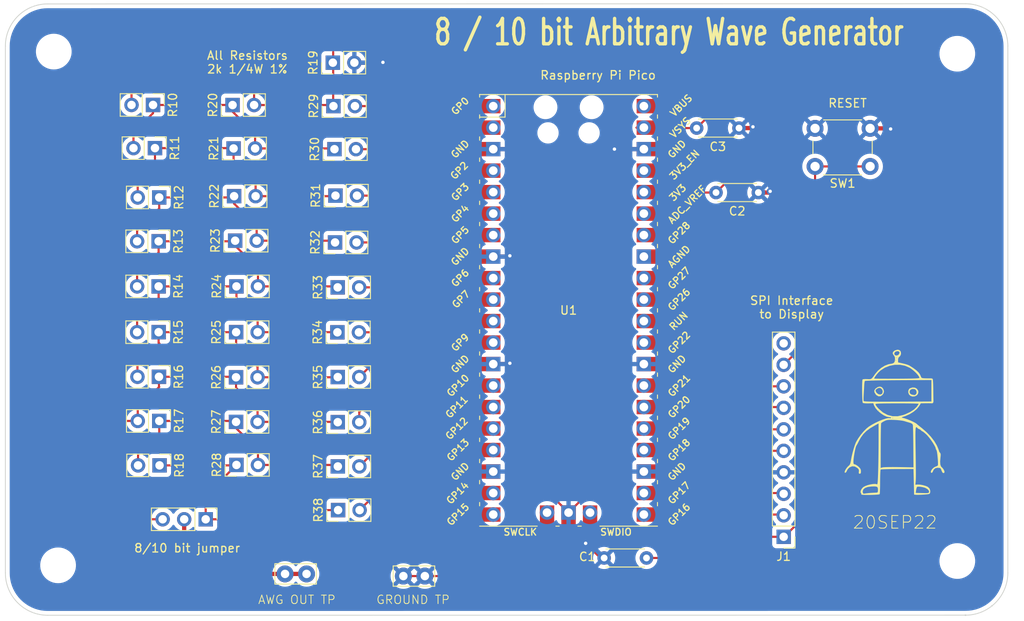
<source format=kicad_pcb>
(kicad_pcb (version 20211014) (generator pcbnew)
  (layers (0 "F.Cu" signal) (31 "B.Cu" power) (34 "B.Paste" user) (35 "F.Paste" user) (36 "B.SilkS" user "B.Silkscreen") (37 "F.SilkS" user "F.Silkscreen") (38 "B.Mask" user) (39 "F.Mask" user) (44 "Edge.Cuts" user))
  (net 0 "")
  (net 1 "GND")
  (net 2 "+5V")
  (net 3 "+3.3V")
  (net 4 "Net-(J1-Pad2)")
  (net 5 "Net-(J1-Pad3)")
  (net 6 "Net-(J1-Pad5)")
  (net 7 "Net-(J1-Pad6)")
  (net 8 "Net-(J1-Pad7)")
  (net 9 "Net-(J1-Pad8)")
  (net 11 "Net-(J2-Pad1)")
  (net 12 "Net-(J2-Pad2)")
  (net 13 "Net-(J2-Pad3)")
  (net 14 "Net-(R10-Pad1)")
  (net 15 "Net-(R10-Pad2)")
  (net 16 "Net-(R11-Pad1)")
  (net 17 "Net-(R12-Pad1)")
  (net 18 "Net-(R13-Pad1)")
  (net 19 "Net-(R14-Pad1)")
  (net 20 "Net-(R15-Pad1)")
  (net 21 "Net-(R17-Pad1)")
  (net 22 "Net-(R29-Pad2)")
  (net 23 "Net-(R30-Pad2)")
  (net 24 "Net-(R31-Pad2)")
  (net 25 "Net-(R32-Pad2)")
  (net 26 "Net-(R33-Pad2)")
  (net 27 "Net-(R34-Pad2)")
  (net 28 "Net-(R35-Pad2)")
  (net 29 "Net-(R36-Pad2)")
  (net 30 "Net-(R37-Pad2)")
  (net 31 "Net-(R38-Pad2)")
  (net 32 "Net-(SW1-Pad1)")
  (footprint "Connector_PinHeader_2.54mm:PinHeader_1x02_P2.54mm_Vertical" (layer "F.Cu") (at 119.307081 99.39 90)
    (fp_text reference "R25")
    (fp_text value "2k")
  )
  (footprint "Connector_PinHeader_2.54mm:PinHeader_1x02_P2.54mm_Vertical" (layer "F.Cu") (at 110.232081 109.88 -90)
    (fp_text reference "R17")
    (fp_text value "2k")
  )
  (footprint "Connector_PinHeader_2.54mm:PinHeader_1x02_P2.54mm_Vertical" (layer "F.Cu") (at 110.227081 83.47 -90)
    (fp_text reference "R12")
    (fp_text value "2k")
  )
  (footprint "Connector_PinHeader_2.54mm:PinHeader_1x02_P2.54mm_Vertical" (layer "F.Cu") (at 110.157081 88.65 -90)
    (fp_text reference "R13")
    (fp_text value "2k")
  )
  (footprint "Connector_PinHeader_2.54mm:PinHeader_1x02_P2.54mm_Vertical" (layer "F.Cu") (at 131.317081 115.255 90)
    (fp_text reference "R37")
    (fp_text value "2k")
  )
  (footprint "Connector_PinHeader_2.54mm:PinHeader_1x02_P2.54mm_Vertical" (layer "F.Cu") (at 110.267081 115.13 -90)
    (fp_text reference "R18")
    (fp_text value "2k")
  )
  (footprint "TestPoint:TestPoint_Bridge_Pitch2.54mm_Drill1.0mm" (layer "F.Cu") (at 139.053 128.21)
    (fp_text reference "TP2" hide)
    (fp_text value "GROUND TP" hide)
  )
  (footprint "MCU_RaspberryPi_and_Boards:RPi_Pico_SMD_TH" (layer "F.Cu") (at 158.557081 96.81)
    (fp_text reference "U1")
    (fp_text value "Raspberry Pi Pico")
  )
  (footprint "Connector_PinHeader_2.54mm:PinHeader_1x02_P2.54mm_Vertical" (layer "F.Cu") (at 131.267081 99.405 90)
    (fp_text reference "R34")
    (fp_text value "2k")
  )
  (footprint "MountingHole:MountingHole_3.2mm_M3" (layer "F.Cu") (at 98.286 126.94)
    (fp_text reference "H1" hide)
    (fp_text value "MountingHole" hide)
  )
  (footprint "Connector_PinHeader_2.54mm:PinHeader_1x02_P2.54mm_Vertical" (layer "F.Cu") (at 110.157081 99.39 -90)
    (fp_text reference "R15")
    (fp_text value "2k")
  )
  (footprint "LOGO" (layer "F.Cu") (at 197.092 110.176)
    (fp_text reference "G***" hide)
    (fp_text value "LOGO" hide)
  )
  (footprint "Connector_PinHeader_2.54mm:PinHeader_1x02_P2.54mm_Vertical" (layer "F.Cu") (at 131.347081 120.415 90)
    (fp_text reference "R38")
    (fp_text value "2k")
  )
  (footprint "Connector_PinHeader_2.54mm:PinHeader_1x02_P2.54mm_Vertical" (layer "F.Cu") (at 131.297081 94.095 90)
    (fp_text reference "R33")
    (fp_text value "2k")
  )
  (footprint "Button_Switch_THT:SW_PUSH_6mm_H4.3mm" (layer "F.Cu") (at 194.163081 79.807 180)
    (fp_text reference "SW1")
    (fp_text value "RESET" hide)
  )
  (footprint "MountingHole:MountingHole_3.2mm_M3" (layer "F.Cu") (at 204.458 126.432)
    (fp_text reference "H2" hide)
    (fp_text value "MountingHole" hide)
  )
  (footprint "Capacitor_THT:C_Disc_D4.3mm_W1.9mm_P5.00mm" (layer "F.Cu") (at 178.681081 75.271 180)
    (fp_text reference "C3")
    (fp_text value "100 nF")
  )
  (footprint "Connector_PinHeader_2.54mm:PinHeader_1x02_P2.54mm_Vertical" (layer "F.Cu") (at 130.797081 72.675 90)
    (fp_text reference "R29")
    (fp_text value "2k")
  )
  (footprint "Connector_PinHeader_2.54mm:PinHeader_1x02_P2.54mm_Vertical" (layer "F.Cu") (at 109.497081 72.54 -90)
    (fp_text reference "R10")
    (fp_text value "2k")
  )
  (footprint "Capacitor_THT:C_Disc_D4.3mm_W1.9mm_P5.00mm" (layer "F.Cu") (at 180.967081 82.891 180)
    (fp_text reference "C2")
    (fp_text value "100 nF")
  )
  (footprint "Connector_PinHeader_2.54mm:PinHeader_1x02_P2.54mm_Vertical" (layer "F.Cu") (at 119.347081 93.98 90)
    (fp_text reference "R24")
    (fp_text value "2k")
  )
  (footprint "Connector_PinHeader_2.54mm:PinHeader_1x02_P2.54mm_Vertical" (layer "F.Cu") (at 119.347081 115.08 90)
    (fp_text reference "R28")
    (fp_text value "2k")
  )
  (footprint "Connector_PinHeader_2.54mm:PinHeader_1x02_P2.54mm_Vertical" (layer "F.Cu") (at 119.192081 88.58 90)
    (fp_text reference "R23")
    (fp_text value "2k")
  )
  (footprint "MountingHole:MountingHole_3.2mm_M3" (layer "F.Cu") (at 204.458 66.488)
    (fp_text reference "H3" hide)
    (fp_text value "MountingHole" hide)
  )
  (footprint "Capacitor_THT:C_Disc_D4.3mm_W1.9mm_P5.00mm" (layer "F.Cu") (at 162.759081 126.071)
    (fp_text reference "C1")
    (fp_text value "100 nF")
  )
  (footprint "Connector_PinHeader_2.54mm:PinHeader_1x03_P2.54mm_Vertical" (layer "F.Cu") (at 115.714081 121.499 -90)
    (fp_text reference "J2" hide)
    (fp_text value "8/10 bit jumper" hide)
  )
  (footprint "Connector_PinHeader_2.54mm:PinHeader_1x10_P2.54mm_Vertical" (layer "F.Cu") (at 183.957081 123.57 180)
    (fp_text reference "J1")
    (fp_text value "SPI Interface to Display" hide)
  )
  (footprint "Connector_PinHeader_2.54mm:PinHeader_1x02_P2.54mm_Vertical" (layer "F.Cu") (at 110.197081 104.66 -90)
    (fp_text reference "R16")
    (fp_text value "2k")
  )
  (footprint "Connector_PinHeader_2.54mm:PinHeader_1x02_P2.54mm_Vertical" (layer "F.Cu") (at 109.727081 77.64 -90)
    (fp_text reference "R11")
    (fp_text value "2k")
  )
  (footprint "Connector_PinHeader_2.54mm:PinHeader_1x02_P2.54mm_Vertical" (layer "F.Cu") (at 131.307081 110.025 90)
    (fp_text reference "R36")
    (fp_text value "2k")
  )
  (footprint "Connector_PinHeader_2.54mm:PinHeader_1x02_P2.54mm_Vertical" (layer "F.Cu") (at 131.037081 83.255 90)
    (fp_text reference "R31")
    (fp_text value "2k")
  )
  (footprint "Connector_PinHeader_2.54mm:PinHeader_1x02_P2.54mm_Vertical" (layer "F.Cu") (at 119.297081 109.99 90)
    (fp_text reference "R27")
    (fp_text value "2k")
  )
  (footprint "Connector_PinHeader_2.54mm:PinHeader_1x02_P2.54mm_Vertical" (layer "F.Cu") (at 130.987081 88.785 90)
    (fp_text reference "R32")
    (fp_text value "2k")
  )
  (footprint "Connector_PinHeader_2.54mm:PinHeader_1x02_P2.54mm_Vertical" (layer "F.Cu") (at 130.917081 77.765 90)
    (fp_text reference "R30")
    (fp_text value "2k")
  )
  (footprint "TestPoint:TestPoint_Bridge_Pitch2.54mm_Drill1.0mm" (layer "F.Cu") (at 125.083 127.956)
    (fp_text reference "TP1" hide)
    (fp_text value "AWG OUT TP" hide)
  )
  (footprint "Connector_PinHeader_2.54mm:PinHeader_1x02_P2.54mm_Vertical" (layer "F.Cu") (at 130.727081 67.545 90)
    (fp_text reference "R19")
    (fp_text value "2k")
  )
  (footprint "Connector_PinHeader_2.54mm:PinHeader_1x02_P2.54mm_Vertical" (layer "F.Cu") (at 110.157081 93.98 -90)
    (fp_text reference "R14")
    (fp_text value "2k")
  )
  (footprint "Connector_PinHeader_2.54mm:PinHeader_1x02_P2.54mm_Vertical" (layer "F.Cu") (at 119.067081 83.32 90)
    (fp_text reference "R22")
    (fp_text value "2k")
  )
  (footprint "MountingHole:MountingHole_3.2mm_M3" (layer "F.Cu") (at 97.778 66.234)
    (fp_text reference "H4" hide)
    (fp_text value "MountingHole" hide)
  )
  (footprint "Connector_PinHeader_2.54mm:PinHeader_1x02_P2.54mm_Vertical" (layer "F.Cu") (at 118.887081 72.55 90)
    (fp_text reference "R20")
    (fp_text value "2k")
  )
  (footprint "Connector_PinHeader_2.54mm:PinHeader_1x02_P2.54mm_Vertical" (layer "F.Cu") (at 131.307081 104.695 90)
    (fp_text reference "R35")
    (fp_text value "2k")
  )
  (footprint "Connector_PinHeader_2.54mm:PinHeader_1x02_P2.54mm_Vertical" (layer "F.Cu") (at 119.297081 104.72 90)
    (fp_text reference "R26")
    (fp_text value "2k")
  )
  (footprint "Connector_PinHeader_2.54mm:PinHeader_1x02_P2.54mm_Vertical" (layer "F.Cu") (at 119.007081 77.68 90)
    (fp_text reference "R21")
    (fp_text value "2k")
  )
  (gr_arc (start 92.063581 65.5905) (mid 93.528655 62.0585) (end 97.063581 60.6005) (layer "Edge.Cuts") (width 0.1))
  (gr_arc (start 205.413581 60.5805) (mid 208.956186 62.047895) (end 210.423581 65.5905) (layer "Edge.Cuts") (width 0.1))
  (gr_line (start 210.423581 65.5905) (end 210.423581 127.8305) (layer "Edge.Cuts") (width 0.1))
  (gr_line (start 205.423581 132.8305) (end 97.063581 132.8405) (layer "Edge.Cuts") (width 0.1))
  (gr_arc (start 205.423581 132.8305) (mid 205.423581 132.8305) (end 205.423581 132.8305) (layer "Edge.Cuts") (width 0.1))
  (gr_arc (start 208.513581 131.7505) (mid 208.513581 131.7505) (end 208.513581 131.7505) (layer "Edge.Cuts") (width 0.1))
  (gr_arc (start 210.423581 127.8305) (mid 208.959115 131.366034) (end 205.423581 132.8305) (layer "Edge.Cuts") (width 0.1))
  (gr_arc (start 97.063581 132.8405) (mid 93.528047 131.376034) (end 92.063581 127.8405) (layer "Edge.Cuts") (width 0.1))
  (gr_line (start 92.063581 127.8405) (end 92.063581 65.5905) (layer "Edge.Cuts") (width 0.1))
  (gr_line (start 97.063581 60.6005) (end 205.413581 60.5805) (layer "Edge.Cuts") (width 0.1))
  (gr_text "All Resistors\n2k 1/4W 1%" (at 120.638 67.504) (layer "F.SilkS") (effects (font (size 1 1))))
  (gr_text "Raspberry Pi Pico" (at 162.04 69.028) (layer "F.SilkS") (effects (font (size 1 1))))
  (gr_text "8 / 10 bit Arbitrary Wave Generator" (at 170.422 63.948) (layer "F.SilkS") (effects (font (size 3 2) (thickness 0.4))))
  (gr_text "AWG OUT TP" (at 126.48 131.004) (layer "F.SilkS") (effects (font (size 1 1) (thickness 0.1))))
  (gr_text "8/10 bit jumper" (at 113.526 124.908) (layer "F.SilkS") (effects (font (size 1 1))))
  (gr_text "SPI Interface\nto Display" (at 184.9 96.46) (layer "F.SilkS") (effects (font (size 1 1))))
  (gr_text "20SEP22" (at 197.092 121.86) (layer "F.SilkS") (effects (font (size 1.5 1.5) (thickness 0.1))))
  (gr_text "GROUND TP" (at 140.196 131.004) (layer "F.SilkS") (effects (font (size 1 1) (thickness 0.1))))
  (gr_text "RESET" (at 191.504 72.33) (layer "F.SilkS") (effects (font (size 1 1))))
  (segment (start 158.557081 122.32) (end 152.667081 128.21) (width 0.25) (layer "F.Cu") (net 1))
  (segment (start 162.652081 126.178) (end 162.759081 126.071) (width 0.25) (layer "F.Cu") (net 1))
  (segment (start 136.599 67.545) (end 136.64 67.504) (width 0.5) (layer "F.Cu") (net 1))
  (segment (start 196.513 75.307) (end 196.584 75.378) (width 0.5) (layer "F.Cu") (net 1))
  (segment (start 151.53 90.46) (end 151.626 90.364) (width 0.5) (layer "F.Cu") (net 1))
  (segment (start 182.213 82.891) (end 182.36 82.744) (width 0.5) (layer "F.Cu") (net 1))
  (segment (start 180.967081 82.891) (end 182.213 82.891) (width 0.5) (layer "F.Cu") (net 1))
  (segment (start 141.593 128.21) (end 139.053 128.21) (width 0.25) (layer "F.Cu") (net 1))
  (segment (start 158.557081 120.71) (end 158.557081 122.32) (width 0.25) (layer "F.Cu") (net 1))
  (segment (start 163.976 77.76) (end 167.447081 77.76) (width 0.5) (layer "F.Cu") (net 1))
  (segment (start 162.308081 126.071) (end 162.759081 126.071) (width 0.25) (layer "F.Cu") (net 1))
  (segment (start 149.667081 77.76) (end 163.976 77.76) (width 0.5) (layer "F.Cu") (net 1))
  (segment (start 163.407081 115.86) (end 158.557081 120.71) (width 0.25) (layer "F.Cu") (net 1))
  (segment (start 152.667081 128.21) (end 141.593 128.21) (width 0.25) (layer "F.Cu") (net 1))
  (segment (start 180.181 75.271) (end 180.328 75.124) (width 0.5) (layer "F.Cu") (net 1))
  (segment (start 194.163081 75.307) (end 196.513 75.307) (width 0.5) (layer "F.Cu") (net 1))
  (segment (start 149.667081 90.46) (end 151.53 90.46) (width 0.5) (layer "F.Cu") (net 1))
  (segment (start 151.53 103.16) (end 151.626 103.064) (width 0.5) (layer "F.Cu") (net 1))
  (segment (start 149.667081 103.16) (end 151.53 103.16) (width 0.5) (layer "F.Cu") (net 1))
  (segment (start 167.447081 115.86) (end 163.407081 115.86) (width 0.25) (layer "F.Cu") (net 1))
  (segment (start 158.557081 122.32) (end 160.576541 124.339459) (width 0.25) (layer "F.Cu") (net 1))
  (segment (start 149.667081 115.86) (end 153.707081 115.86) (width 0.25) (layer "F.Cu") (net 1))
  (segment (start 178.681081 75.271) (end 180.181 75.271) (width 0.5) (layer "F.Cu") (net 1))
  (segment (start 133.267081 67.545) (end 136.599 67.545) (width 0.5) (layer "F.Cu") (net 1))
  (segment (start 153.707081 115.86) (end 158.557081 120.71) (width 0.25) (layer "F.Cu") (net 1))
  (segment (start 160.576541 124.339459) (end 162.308081 126.071) (width 0.25) (layer "F.Cu") (net 1))
  (via (at 182.36 82.744) (size 0.8) (drill 0.4) (layers "F.Cu" "B.Cu") (net 1))
  (via (at 163.976 77.76) (size 0.8) (drill 0.4) (layers "F.Cu" "B.Cu") (net 1))
  (via (at 196.584 75.378) (size 0.8) (drill 0.4) (layers "F.Cu" "B.Cu") (net 1))
  (via (at 136.64 67.504) (size 0.8) (drill 0.4) (layers "F.Cu" "B.Cu") (net 1))
  (via (at 151.626 90.364) (size 0.8) (drill 0.4) (layers "F.Cu" "B.Cu") (net 1))
  (via (at 160.576541 124.339459) (size 0.8) (drill 0.4) (layers "F.Cu" "B.Cu") (net 1))
  (via (at 180.328 75.124) (size 0.8) (drill 0.4) (layers "F.Cu" "B.Cu") (net 1))
  (via (at 151.626 103.064) (size 0.8) (drill 0.4) (layers "F.Cu" "B.Cu") (net 1))
  (segment (start 167.759081 126.071) (end 172.117081 126.071) (width 0.25) (layer "F.Cu") (net 2))
  (segment (start 167.498081 75.271) (end 173.681081 75.271) (width 0.25) (layer "F.Cu") (net 2))
  (segment (start 199.295081 69.683) (end 201.073081 71.461) (width 0.25) (layer "F.Cu") (net 2))
  (segment (start 174.618081 123.57) (end 183.957081 123.57) (width 0.25) (layer "F.Cu") (net 2))
  (segment (start 201.073081 71.461) (end 201.073081 90.257) (width 0.25) (layer "F.Cu") (net 2))
  (segment (start 172.117081 126.071) (end 174.618081 123.57) (width 0.25) (layer "F.Cu") (net 2))
  (segment (start 173.681081 75.271) (end 177.959081 70.993) (width 0.25) (layer "F.Cu") (net 2))
  (segment (start 187.103081 120.483) (end 184.016081 123.57) (width 0.25) (layer "F.Cu") (net 2))
  (segment (start 167.447081 75.22) (end 167.498081 75.271) (width 0.25) (layer "F.Cu") (net 2))
  (segment (start 179.229081 69.683) (end 199.295081 69.683) (width 0.25) (layer "F.Cu") (net 2))
  (segment (start 187.103081 104.227) (end 187.103081 120.483) (width 0.25) (layer "F.Cu") (net 2))
  (segment (start 166.572081 75.22) (end 167.447081 75.22) (width 0.25) (layer "F.Cu") (net 2))
  (segment (start 201.073081 90.257) (end 187.103081 104.227) (width 0.25) (layer "F.Cu") (net 2))
  (segment (start 177.959081 70.993) (end 177.959081 70.953) (width 0.25) (layer "F.Cu") (net 2))
  (segment (start 184.016081 123.57) (end 183.957081 123.57) (width 0.25) (layer "F.Cu") (net 2))
  (segment (start 177.959081 70.953) (end 179.229081 69.683) (width 0.25) (layer "F.Cu") (net 2))
  (segment (start 198.279081 73.493) (end 198.279081 88.987) (width 0.25) (layer "F.Cu") (net 3))
  (segment (start 175.967081 82.891) (end 186.889081 71.969) (width 0.25) (layer "F.Cu") (net 3))
  (segment (start 167.447081 82.84) (end 167.498081 82.891) (width 0.25) (layer "F.Cu") (net 3))
  (segment (start 186.889081 71.969) (end 196.755081 71.969) (width 0.25) (layer "F.Cu") (net 3))
  (segment (start 198.279081 88.987) (end 196.247081 91.019) (width 0.25) (layer "F.Cu") (net 3))
  (segment (start 196.247081 91.019) (end 196.188081 91.019) (width 0.25) (layer "F.Cu") (net 3))
  (segment (start 196.188081 91.019) (end 183.957081 103.25) (width 0.25) (layer "F.Cu") (net 3))
  (segment (start 196.755081 71.969) (end 198.279081 73.493) (width 0.25) (layer "F.Cu") (net 3))
  (segment (start 167.498081 82.891) (end 175.967081 82.891) (width 0.25) (layer "F.Cu") (net 3))
  (segment (start 167.447081 120.94) (end 183.867081 120.94) (width 0.25) (layer "F.Cu") (net 4))
  (segment (start 183.867081 120.94) (end 183.957081 121.03) (width 0.25) (layer "F.Cu") (net 4))
  (segment (start 167.447081 118.4) (end 183.867081 118.4) (width 0.25) (layer "F.Cu") (net 5))
  (segment (start 183.867081 118.4) (end 183.957081 118.49) (width 0.25) (layer "F.Cu") (net 5))
  (segment (start 167.537081 113.41) (end 183.957081 113.41) (width 0.25) (layer "F.Cu") (net 6))
  (segment (start 167.447081 113.32) (end 167.537081 113.41) (width 0.25) (layer "F.Cu") (net 6))
  (segment (start 167.447081 110.78) (end 167.537081 110.87) (width 0.25) (layer "F.Cu") (net 7))
  (segment (start 167.537081 110.87) (end 183.957081 110.87) (width 0.25) (layer "F.Cu") (net 7))
  (segment (start 183.867081 108.24) (end 183.957081 108.33) (width 0.25) (layer "F.Cu") (net 8))
  (segment (start 167.447081 108.24) (end 183.867081 108.24) (width 0.25) (layer "F.Cu") (net 8))
  (segment (start 167.537081 105.79) (end 183.957081 105.79) (width 0.25) (layer "F.Cu") (net 9))
  (segment (start 167.447081 105.7) (end 167.537081 105.79) (width 0.25) (layer "F.Cu") (net 9))
  (segment (start 126.758729 121.499) (end 127.842729 120.415) (width 0.25) (layer "F.Cu") (net 11))
  (segment (start 119.297081 115.13) (end 119.347081 115.08) (width 0.25) (layer "F.Cu") (net 11))
  (segment (start 127.842729 120.415) (end 131.347081 120.415) (width 0.25) (layer "F.Cu") (net 11))
  (segment (start 115.714081 118.713) (end 119.347081 115.08) (width 0.25) (layer "F.Cu") (net 11))
  (segment (start 110.267081 115.13) (end 119.297081 115.13) (width 0.25) (layer "F.Cu") (net 11))
  (segment (start 115.714081 121.499) (end 126.758729 121.499) (width 0.25) (layer "F.Cu") (net 11))
  (segment (start 115.714081 121.499) (end 115.714081 118.713) (width 0.25) (layer "F.Cu") (net 11))
  (segment (start 113.174081 124.302081) (end 116.828 127.956) (width 0.5) (layer "F.Cu") (net 12))
  (segment (start 125.083 127.956) (end 127.623 127.956) (width 0.5) (layer "F.Cu") (net 12))
  (segment (start 113.174081 121.499) (end 113.174081 124.302081) (width 0.5) (layer "F.Cu") (net 12))
  (segment (start 116.828 127.956) (end 125.083 127.956) (width 0.5) (layer "F.Cu") (net 12))
  (segment (start 121.887081 109.94) (end 121.837081 109.99) (width 0.25) (layer "F.Cu") (net 13))
  (segment (start 121.837081 109.99) (end 131.272081 109.99) (width 0.25) (layer "F.Cu") (net 13))
  (segment (start 110.197081 105.831081) (end 110.197081 104.66) (width 0.25) (layer "F.Cu") (net 13))
  (segment (start 110.224 105.858) (end 110.197081 105.831081) (width 0.25) (layer "F.Cu") (net 13))
  (segment (start 119.237081 104.66) (end 119.297081 104.72) (width 0.25) (layer "F.Cu") (net 13))
  (segment (start 107.692081 108.389919) (end 110.224 105.858) (width 0.25) (layer "F.Cu") (net 13))
  (segment (start 105.186 109.88) (end 103.366 111.7) (width 0.25) (layer "F.Cu") (net 13))
  (segment (start 107.692081 109.88) (end 105.186 109.88) (width 0.25) (layer "F.Cu") (net 13))
  (segment (start 119.297081 104.72) (end 119.297081 105.965) (width 0.25) (layer "F.Cu") (net 13))
  (segment (start 121.892081 108.56) (end 121.837081 108.615) (width 0.25) (layer "F.Cu") (net 13))
  (segment (start 103.366 111.7) (end 103.366 119.752779) (width 0.25) (layer "F.Cu") (net 13))
  (segment (start 131.272081 109.99) (end 131.307081 110.025) (width 0.25) (layer "F.Cu") (net 13))
  (segment (start 110.197081 104.66) (end 119.237081 104.66) (width 0.25) (layer "F.Cu") (net 13))
  (segment (start 103.366 119.752779) (end 105.128955 121.515734) (width 0.25) (layer "F.Cu") (net 13))
  (segment (start 121.837081 108.615) (end 121.837081 109.99) (width 0.25) (layer "F.Cu") (net 13))
  (segment (start 105.128955 121.515734) (end 105.145689 121.499) (width 0.25) (layer "F.Cu") (net 13))
  (segment (start 105.145689 121.499) (end 110.634081 121.499) (width 0.25) (layer "F.Cu") (net 13))
  (segment (start 107.687081 109.875) (end 107.692081 109.88) (width 0.25) (layer "F.Cu") (net 13))
  (segment (start 107.692081 109.88) (end 107.692081 108.389919) (width 0.25) (layer "F.Cu") (net 13))
  (segment (start 107.677081 109.865) (end 107.692081 109.88) (width 0.25) (layer "F.Cu") (net 13))
  (segment (start 119.297081 105.965) (end 121.892081 108.56) (width 0.25) (layer "F.Cu") (net 13))
  (segment (start 121.547081 77.68) (end 130.832081 77.68) (width 0.25) (layer "F.Cu") (net 14))
  (segment (start 118.877081 72.54) (end 118.887081 72.55) (width 0.25) (layer "F.Cu") (net 14))
  (segment (start 118.887081 73.325) (end 121.547081 75.985) (width 0.25) (layer "F.Cu") (net 14))
  (segment (start 130.832081 77.68) (end 130.917081 77.765) (width 0.25) (layer "F.Cu") (net 14))
  (segment (start 118.887081 72.55) (end 118.887081 73.325) (width 0.25) (layer "F.Cu") (net 14))
  (segment (start 107.187081 75.815) (end 107.187081 77.64) (width 0.25) (layer "F.Cu") (net 14))
  (segment (start 109.497081 72.54) (end 118.877081 72.54) (width 0.25) (layer "F.Cu") (net 14))
  (segment (start 121.547081 75.985) (end 121.547081 77.68) (width 0.25) (layer "F.Cu") (net 14))
  (segment (start 109.497081 73.505) (end 107.187081 75.815) (width 0.25) (layer "F.Cu") (net 14))
  (segment (start 109.497081 72.54) (end 109.497081 73.505) (width 0.25) (layer "F.Cu") (net 14))
  (segment (start 106.957081 71.015) (end 108.422081 69.55) (width 0.25) (layer "F.Cu") (net 15))
  (segment (start 130.767081 72.645) (end 130.797081 72.675) (width 0.25) (layer "F.Cu") (net 15))
  (segment (start 130.767081 66.275) (end 130.767081 72.645) (width 0.25) (layer "F.Cu") (net 15))
  (segment (start 121.482081 70.56) (end 121.427081 70.615) (width 0.25) (layer "F.Cu") (net 15))
  (segment (start 130.672081 72.55) (end 130.797081 72.675) (width 0.25) (layer "F.Cu") (net 15))
  (segment (start 108.422081 69.55) (end 120.472081 69.55) (width 0.25) (layer "F.Cu") (net 15))
  (segment (start 121.427081 72.55) (end 130.672081 72.55) (width 0.25) (layer "F.Cu") (net 15))
  (segment (start 120.472081 69.55) (end 121.482081 70.56) (width 0.25) (layer "F.Cu") (net 15))
  (segment (start 106.957081 72.54) (end 106.957081 71.015) (width 0.25) (layer "F.Cu") (net 15))
  (segment (start 121.427081 70.615) (end 121.427081 72.55) (width 0.25) (layer "F.Cu") (net 15))
  (segment (start 119.007081 79.105) (end 121.607081 81.705) (width 0.25) (layer "F.Cu") (net 16))
  (segment (start 118.967081 77.64) (end 119.007081 77.68) (width 0.25) (layer "F.Cu") (net 16))
  (segment (start 109.727081 77.64) (end 109.727081 79.455) (width 0.25) (layer "F.Cu") (net 16))
  (segment (start 109.727081 79.455) (end 107.682081 81.5) (width 0.25) (layer "F.Cu") (net 16))
  (segment (start 130.972081 83.32) (end 131.037081 83.255) (width 0.25) (layer "F.Cu") (net 16))
  (segment (start 121.607081 81.705) (end 121.607081 83.32) (width 0.25) (layer "F.Cu") (net 16))
  (segment (start 107.687081 81.505) (end 107.687081 83.47) (width 0.25) (layer "F.Cu") (net 16))
  (segment (start 107.682081 81.5) (end 107.687081 81.505) (width 0.25) (layer "F.Cu") (net 16))
  (segment (start 119.007081 77.68) (end 119.007081 79.105) (width 0.25) (layer "F.Cu") (net 16))
  (segment (start 109.727081 77.64) (end 118.967081 77.64) (width 0.25) (layer "F.Cu") (net 16))
  (segment (start 121.607081 83.32) (end 130.972081 83.32) (width 0.25) (layer "F.Cu") (net 16))
  (segment (start 130.887081 83.405) (end 131.037081 83.255) (width 0.25) (layer "F.Cu") (net 16))
  (segment (start 119.067081 84.195) (end 121.732081 86.86) (width 0.25) (layer "F.Cu") (net 17))
  (segment (start 107.617081 87.385) (end 110.227081 84.775) (width 0.25) (layer "F.Cu") (net 17))
  (segment (start 118.917081 83.47) (end 119.067081 83.32) (width 0.25) (layer "F.Cu") (net 17))
  (segment (start 107.617081 88.65) (end 107.617081 87.385) (width 0.25) (layer "F.Cu") (net 17))
  (segment (start 119.067081 83.32) (end 119.067081 84.195) (width 0.25) (layer "F.Cu") (net 17))
  (segment (start 121.732081 88.58) (end 130.782081 88.58) (width 0.25) (layer "F.Cu") (net 17))
  (segment (start 110.227081 83.47) (end 118.917081 83.47) (width 0.25) (layer "F.Cu") (net 17))
  (segment (start 121.732081 86.86) (end 121.732081 88.58) (width 0.25) (layer "F.Cu") (net 17))
  (segment (start 130.782081 88.58) (end 130.987081 88.785) (width 0.25) (layer "F.Cu") (net 17))
  (segment (start 110.227081 84.775) (end 110.227081 83.47) (width 0.25) (layer "F.Cu") (net 17))
  (segment (start 110.157081 88.65) (end 119.122081 88.65) (width 0.25) (layer "F.Cu") (net 18))
  (segment (start 119.122081 88.65) (end 119.192081 88.58) (width 0.25) (layer "F.Cu") (net 18))
  (segment (start 121.887081 93.98) (end 131.182081 93.98) (width 0.25) (layer "F.Cu") (net 18))
  (segment (start 119.192081 89.172081) (end 121.908 91.888) (width 0.25) (layer "F.Cu") (net 18))
  (segment (start 107.617081 92.515) (end 110.157081 89.975) (width 0.25) (layer "F.Cu") (net 18))
  (segment (start 121.887081 91.908919) (end 121.887081 93.98) (width 0.25) (layer "F.Cu") (net 18))
  (segment (start 107.617081 93.98) (end 107.617081 92.515) (width 0.25) (layer "F.Cu") (net 18))
  (segment (start 121.917081 94.01) (end 121.887081 93.98) (width 0.25) (layer "F.Cu") (net 18))
  (segment (start 121.908 91.888) (end 121.887081 91.908919) (width 0.25) (layer "F.Cu") (net 18))
  (segment (start 119.192081 88.58) (end 119.192081 89.172081) (width 0.25) (layer "F.Cu") (net 18))
  (segment (start 110.157081 89.975) (end 110.157081 88.65) (width 0.25) (layer "F.Cu") (net 18))
  (segment (start 131.182081 93.98) (end 131.297081 94.095) (width 0.25) (layer "F.Cu") (net 18))
  (segment (start 131.182081 93.98) (end 131.297081 94.095) (width 0.25) (layer "B.Cu") (net 18))
  (segment (start 110.157081 93.98) (end 119.347081 93.98) (width 0.25) (layer "F.Cu") (net 19))
  (segment (start 121.917081 99.32) (end 121.847081 99.39) (width 0.25) (layer "F.Cu") (net 19))
  (segment (start 110.162081 95.35) (end 110.157081 95.345) (width 0.25) (layer "F.Cu") (net 19))
  (segment (start 121.847081 99.39) (end 131.252081 99.39) (width 0.25) (layer "F.Cu") (net 19))
  (segment (start 107.617081 97.895) (end 110.162081 95.35) (width 0.25) (layer "F.Cu") (net 19))
  (segment (start 119.347081 93.98) (end 119.347081 95.505) (width 0.25) (layer "F.Cu") (net 19))
  (segment (start 110.157081 95.345) (end 110.157081 93.98) (width 0.25) (layer "F.Cu") (net 19))
  (segment (start 107.617081 99.39) (end 107.617081 97.895) (width 0.25) (layer "F.Cu") (net 19))
  (segment (start 119.347081 95.505) (end 121.847081 98.005) (width 0.25) (layer "F.Cu") (net 19))
  (segment (start 121.847081 98.005) (end 121.847081 99.39) (width 0.25) (layer "F.Cu") (net 19))
  (segment (start 131.252081 99.39) (end 131.267081 99.405) (width 0.25) (layer "F.Cu") (net 19))
  (segment (start 110.157081 99.39) (end 119.307081 99.39) (width 0.25) (layer "F.Cu") (net 20))
  (segment (start 119.307081 99.39) (end 119.307081 100.945) (width 0.25) (layer "F.Cu") (net 20))
  (segment (start 121.837081 103.475) (end 121.837081 104.72) (width 0.25) (layer "F.Cu") (net 20))
  (segment (start 107.657081 104.66) (end 107.657081 103.335) (width 0.25) (layer "F.Cu") (net 20))
  (segment (start 131.282081 104.72) (end 131.307081 104.695) (width 0.25) (layer "F.Cu") (net 20))
  (segment (start 131.197081 104.805) (end 131.307081 104.695) (width 0.25) (layer "F.Cu") (net 20))
  (segment (start 110.252081 100.74) (end 110.157081 100.645) (width 0.25) (layer "F.Cu") (net 20))
  (segment (start 107.657081 103.335) (end 110.252081 100.74) (width 0.25) (layer "F.Cu") (net 20))
  (segment (start 119.307081 100.945) (end 121.837081 103.475) (width 0.25) (layer "F.Cu") (net 20))
  (segment (start 110.157081 100.645) (end 110.157081 99.39) (width 0.25) (layer "F.Cu") (net 20))
  (segment (start 121.837081 104.72) (end 131.282081 104.72) (width 0.25) (layer "F.Cu") (net 20))
  (segment (start 119.297081 110.725) (end 121.887081 113.315) (width 0.25) (layer "F.Cu") (net 21))
  (segment (start 110.232081 109.88) (end 119.187081 109.88) (width 0.25) (layer "F.Cu") (net 21))
  (segment (start 110.232081 111.32) (end 110.232081 109.88) (width 0.25) (layer "F.Cu") (net 21))
  (segment (start 131.142081 115.08) (end 131.317081 115.255) (width 0.25) (layer "F.Cu") (net 21))
  (segment (start 131.267081 115.165) (end 131.307081 115.205) (width 0.25) (layer "F.Cu") (net 21))
  (segment (start 119.297081 109.99) (end 119.297081 110.725) (width 0.25) (layer "F.Cu") (net 21))
  (segment (start 107.727081 115.13) (end 107.727081 113.865) (width 0.25) (layer "F.Cu") (net 21))
  (segment (start 107.727081 113.865) (end 110.252081 111.34) (width 0.25) (layer "F.Cu") (net 21))
  (segment (start 110.252081 111.34) (end 110.232081 111.32) (width 0.25) (layer "F.Cu") (net 21))
  (segment (start 119.187081 109.88) (end 119.297081 109.99) (width 0.25) (layer "F.Cu") (net 21))
  (segment (start 121.887081 115.08) (end 131.142081 115.08) (width 0.25) (layer "F.Cu") (net 21))
  (segment (start 121.887081 113.315) (end 121.887081 115.08) (width 0.25) (layer "F.Cu") (net 21))
  (segment (start 149.642081 72.655) (end 149.667081 72.68) (width 0.25) (layer "F.Cu") (net 22))
  (segment (start 133.337081 72.675) (end 149.662081 72.675) (width 0.25) (layer "F.Cu") (net 22))
  (segment (start 149.662081 72.675) (end 149.667081 72.68) (width 0.25) (layer "F.Cu") (net 22))
  (segment (start 142.277081 77.765) (end 144.822081 75.22) (width 0.25) (layer "F.Cu") (net 23))
  (segment (start 133.457081 77.765) (end 142.277081 77.765) (width 0.25) (layer "F.Cu") (net 23))
  (segment (start 144.822081 75.22) (end 149.667081 75.22) (width 0.25) (layer "F.Cu") (net 23))
  (segment (start 133.577081 83.255) (end 142.107081 83.255) (width 0.25) (layer "F.Cu") (net 24))
  (segment (start 145.062081 80.3) (end 149.667081 80.3) (width 0.25) (layer "F.Cu") (net 24))
  (segment (start 142.107081 83.255) (end 145.062081 80.3) (width 0.25) (layer "F.Cu") (net 24))
  (segment (start 146.247081 82.825) (end 146.262081 82.84) (width 0.25) (layer "F.Cu") (net 25))
  (segment (start 146.262081 82.84) (end 149.667081 82.84) (width 0.25) (layer "F.Cu") (net 25))
  (segment (start 146.167081 82.825) (end 146.247081 82.825) (width 0.25) (layer "F.Cu") (net 25))
  (segment (start 133.527081 88.785) (end 140.207081 88.785) (width 0.25) (layer "F.Cu") (net 25))
  (segment (start 140.207081 88.785) (end 146.167081 82.825) (width 0.25) (layer "F.Cu") (net 25))
  (segment (start 133.837081 94.095) (end 137.687081 94.095) (width 0.25) (layer "F.Cu") (net 26))
  (segment (start 137.687081 94.095) (end 146.402081 85.38) (width 0.25) (layer "F.Cu") (net 26))
  (segment (start 146.402081 85.38) (end 149.667081 85.38) (width 0.25) (layer "F.Cu") (net 26))
  (segment (start 133.807081 99.405) (end 135.137081 99.405) (width 0.25) (layer "F.Cu") (net 27))
  (segment (start 149.622081 87.875) (end 149.667081 87.92) (width 0.25) (layer "F.Cu") (net 27))
  (segment (start 146.667081 87.875) (end 149.622081 87.875) (width 0.25) (layer "F.Cu") (net 27))
  (segment (start 135.137081 99.405) (end 146.667081 87.875) (width 0.25) (layer "F.Cu") (net 27))
  (segment (start 133.847081 104.695) (end 145.542081 93) (width 0.25) (layer "F.Cu") (net 28))
  (segment (start 145.542081 93) (end 149.667081 93) (width 0.25) (layer "F.Cu") (net 28))
  (segment (start 147.13 95.54) (end 149.667081 95.54) (width 0.25) (layer "F.Cu") (net 29))
  (segment (start 133.847081 110.025) (end 133.847081 108.822919) (width 0.25) (layer "F.Cu") (net 29))
  (segment (start 133.847081 108.822919) (end 147.13 95.54) (width 0.25) (layer "F.Cu") (net 29))
  (segment (start 138.917081 110.195) (end 138.917081 107.22) (width 0.25) (layer "F.Cu") (net 30))
  (segment (start 148.057081 98.08) (end 149.667081 98.08) (width 0.25) (layer "F.Cu") (net 30))
  (segment (start 149.422081 97.835) (end 149.667081 98.08) (width 0.25) (layer "F.Cu") (net 30))
  (segment (start 138.917081 107.22) (end 148.057081 98.08) (width 0.25) (layer "F.Cu") (net 30))
  (segment (start 133.857081 115.255) (end 138.917081 110.195) (width 0.25) (layer "F.Cu") (net 30))
  (segment (start 140.367081 108.31) (end 148.057081 100.62) (width 0.25) (layer "F.Cu") (net 31))
  (segment (start 148.057081 100.62) (end 149.667081 100.62) (width 0.25) (layer "F.Cu") (net 31))
  (segment (start 140.367081 113.935) (end 140.367081 108.31) (width 0.25) (layer "F.Cu") (net 31))
  (segment (start 133.887081 120.415) (end 140.367081 113.935) (width 0.25) (layer "F.Cu") (net 31))
  (segment (start 187.663081 83.601) (end 187.663081 79.807) (width 0.25) (layer "F.Cu") (net 32))
  (segment (start 173.184081 98.08) (end 187.663081 83.601) (width 0.25) (layer "F.Cu") (net 32))
  (segment (start 167.447081 98.08) (end 173.184081 98.08) (width 0.25) (layer "F.Cu") (net 32))
  (segment (start 187.663081 79.807) (end 194.163081 79.807) (width 0.25) (layer "F.Cu") (net 32))
  (segment (start 187.663081 79.807) (end 187.805 79.807) (width 0.25) (layer "B.Cu") (net 32))
  (segment (start 187.805 79.807) (end 187.948 79.95) (width 0.25) (layer "B.Cu") (net 32))
  (zone (net 1) (net_name "GND") (layer "B.Cu") (connect_pads (clearance 0.508)) (min_thickness 0.254) (fill yes (thermal_gap 0.508) (thermal_bridge_width 0.508))
    (polygon (pts (xy 212.078 133.29) (xy 212.332 133.29) (xy 91.428 133.544) (xy 91.428 60.392) (xy 211.062 60.138)))
  )
)
</source>
